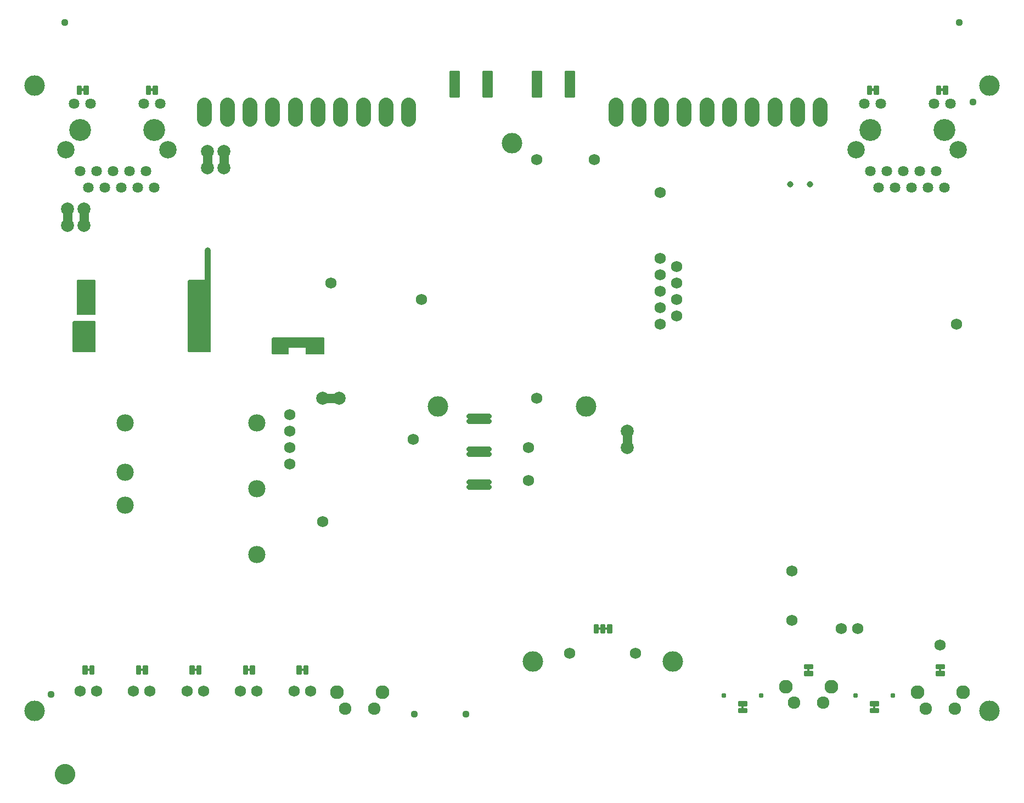
<source format=gbs>
G04 EAGLE Gerber RS-274X export*
G75*
%MOMM*%
%FSLAX34Y34*%
%LPD*%
%INSoldermask Bottom*%
%IPPOS*%
%AMOC8*
5,1,8,0,0,1.08239X$1,22.5*%
G01*
%ADD10C,0.965200*%
%ADD11C,0.812800*%
%ADD12C,1.127000*%
%ADD13C,3.175000*%
%ADD14C,0.777000*%
%ADD15C,0.228344*%
%ADD16C,1.727000*%
%ADD17C,0.227778*%
%ADD18C,3.377000*%
%ADD19C,2.677000*%
%ADD20C,1.627000*%
%ADD21C,0.228600*%
%ADD22C,2.006600*%
%ADD23C,1.927000*%
%ADD24C,2.127000*%
%ADD25C,2.327000*%
%ADD26C,2.667000*%
%ADD27C,0.977000*%
%ADD28C,1.270000*%

G36*
X292793Y579383D02*
X292793Y579383D01*
X292851Y579381D01*
X292933Y579403D01*
X293017Y579415D01*
X293070Y579439D01*
X293126Y579453D01*
X293199Y579496D01*
X293276Y579531D01*
X293321Y579569D01*
X293371Y579599D01*
X293429Y579660D01*
X293493Y579715D01*
X293525Y579763D01*
X293565Y579806D01*
X293604Y579881D01*
X293651Y579951D01*
X293668Y580007D01*
X293695Y580059D01*
X293706Y580127D01*
X293736Y580222D01*
X293739Y580322D01*
X293750Y580390D01*
X293750Y689610D01*
X293742Y689668D01*
X293744Y689726D01*
X293722Y689808D01*
X293710Y689892D01*
X293687Y689945D01*
X293672Y690001D01*
X293629Y690074D01*
X293594Y690151D01*
X293556Y690196D01*
X293527Y690246D01*
X293465Y690304D01*
X293411Y690368D01*
X293362Y690400D01*
X293319Y690440D01*
X293244Y690479D01*
X293174Y690526D01*
X293118Y690543D01*
X293066Y690570D01*
X292998Y690581D01*
X292903Y690611D01*
X292803Y690614D01*
X292735Y690625D01*
X259715Y690625D01*
X259657Y690617D01*
X259599Y690619D01*
X259517Y690597D01*
X259434Y690585D01*
X259380Y690562D01*
X259324Y690547D01*
X259251Y690504D01*
X259174Y690469D01*
X259129Y690431D01*
X259079Y690402D01*
X259021Y690340D01*
X258957Y690286D01*
X258925Y690237D01*
X258885Y690194D01*
X258846Y690119D01*
X258800Y690049D01*
X258782Y689993D01*
X258755Y689941D01*
X258744Y689873D01*
X258714Y689778D01*
X258711Y689678D01*
X258700Y689610D01*
X258700Y580390D01*
X258708Y580332D01*
X258706Y580274D01*
X258728Y580192D01*
X258740Y580109D01*
X258764Y580055D01*
X258778Y579999D01*
X258821Y579926D01*
X258856Y579849D01*
X258894Y579804D01*
X258924Y579754D01*
X258985Y579696D01*
X259040Y579632D01*
X259088Y579600D01*
X259131Y579560D01*
X259206Y579521D01*
X259276Y579475D01*
X259332Y579457D01*
X259384Y579430D01*
X259452Y579419D01*
X259547Y579389D01*
X259647Y579386D01*
X259715Y579375D01*
X292735Y579375D01*
X292793Y579383D01*
G37*
G36*
X413443Y575573D02*
X413443Y575573D01*
X413501Y575571D01*
X413583Y575593D01*
X413667Y575605D01*
X413720Y575629D01*
X413776Y575643D01*
X413849Y575686D01*
X413926Y575721D01*
X413971Y575759D01*
X414021Y575789D01*
X414079Y575850D01*
X414143Y575905D01*
X414175Y575953D01*
X414215Y575996D01*
X414254Y576071D01*
X414301Y576141D01*
X414318Y576197D01*
X414345Y576249D01*
X414356Y576317D01*
X414386Y576412D01*
X414389Y576512D01*
X414400Y576580D01*
X414400Y585725D01*
X440310Y585725D01*
X440310Y576580D01*
X440318Y576522D01*
X440316Y576464D01*
X440338Y576382D01*
X440350Y576299D01*
X440374Y576245D01*
X440388Y576189D01*
X440431Y576116D01*
X440466Y576039D01*
X440504Y575994D01*
X440534Y575944D01*
X440595Y575886D01*
X440650Y575822D01*
X440698Y575790D01*
X440741Y575750D01*
X440816Y575711D01*
X440886Y575665D01*
X440942Y575647D01*
X440994Y575620D01*
X441062Y575609D01*
X441157Y575579D01*
X441257Y575576D01*
X441325Y575565D01*
X467995Y575565D01*
X468053Y575573D01*
X468111Y575571D01*
X468193Y575593D01*
X468277Y575605D01*
X468330Y575629D01*
X468386Y575643D01*
X468459Y575686D01*
X468536Y575721D01*
X468581Y575759D01*
X468631Y575789D01*
X468689Y575850D01*
X468753Y575905D01*
X468785Y575953D01*
X468825Y575996D01*
X468864Y576071D01*
X468911Y576141D01*
X468928Y576197D01*
X468955Y576249D01*
X468966Y576317D01*
X468996Y576412D01*
X468999Y576512D01*
X469010Y576580D01*
X469010Y600710D01*
X469002Y600768D01*
X469004Y600826D01*
X468982Y600908D01*
X468970Y600992D01*
X468947Y601045D01*
X468932Y601101D01*
X468889Y601174D01*
X468854Y601251D01*
X468816Y601296D01*
X468787Y601346D01*
X468725Y601404D01*
X468671Y601468D01*
X468622Y601500D01*
X468579Y601540D01*
X468504Y601579D01*
X468434Y601626D01*
X468378Y601643D01*
X468326Y601670D01*
X468258Y601681D01*
X468163Y601711D01*
X468063Y601714D01*
X467995Y601725D01*
X389255Y601725D01*
X389197Y601717D01*
X389139Y601719D01*
X389057Y601697D01*
X388974Y601685D01*
X388920Y601662D01*
X388864Y601647D01*
X388791Y601604D01*
X388714Y601569D01*
X388669Y601531D01*
X388619Y601502D01*
X388561Y601440D01*
X388497Y601386D01*
X388465Y601337D01*
X388425Y601294D01*
X388386Y601219D01*
X388340Y601149D01*
X388322Y601093D01*
X388295Y601041D01*
X388284Y600973D01*
X388254Y600878D01*
X388251Y600778D01*
X388240Y600710D01*
X388240Y576580D01*
X388248Y576522D01*
X388246Y576464D01*
X388268Y576382D01*
X388280Y576299D01*
X388304Y576245D01*
X388318Y576189D01*
X388361Y576116D01*
X388396Y576039D01*
X388434Y575994D01*
X388464Y575944D01*
X388525Y575886D01*
X388580Y575822D01*
X388628Y575790D01*
X388671Y575750D01*
X388746Y575711D01*
X388816Y575665D01*
X388872Y575647D01*
X388924Y575620D01*
X388992Y575609D01*
X389087Y575579D01*
X389187Y575576D01*
X389255Y575565D01*
X413385Y575565D01*
X413443Y575573D01*
G37*
G36*
X114993Y579383D02*
X114993Y579383D01*
X115051Y579381D01*
X115133Y579403D01*
X115217Y579415D01*
X115270Y579439D01*
X115326Y579453D01*
X115399Y579496D01*
X115476Y579531D01*
X115521Y579569D01*
X115571Y579599D01*
X115629Y579660D01*
X115693Y579715D01*
X115725Y579763D01*
X115765Y579806D01*
X115804Y579881D01*
X115851Y579951D01*
X115868Y580007D01*
X115895Y580059D01*
X115906Y580127D01*
X115936Y580222D01*
X115939Y580322D01*
X115950Y580390D01*
X115950Y626110D01*
X115943Y626163D01*
X115944Y626193D01*
X115943Y626196D01*
X115944Y626226D01*
X115922Y626308D01*
X115910Y626392D01*
X115887Y626445D01*
X115872Y626501D01*
X115829Y626574D01*
X115794Y626651D01*
X115756Y626696D01*
X115727Y626746D01*
X115665Y626804D01*
X115611Y626868D01*
X115562Y626900D01*
X115519Y626940D01*
X115444Y626979D01*
X115374Y627026D01*
X115318Y627043D01*
X115266Y627070D01*
X115198Y627081D01*
X115103Y627111D01*
X115003Y627114D01*
X114935Y627125D01*
X81915Y627125D01*
X81857Y627117D01*
X81799Y627119D01*
X81717Y627097D01*
X81634Y627085D01*
X81580Y627062D01*
X81524Y627047D01*
X81451Y627004D01*
X81374Y626969D01*
X81329Y626931D01*
X81279Y626902D01*
X81221Y626840D01*
X81157Y626786D01*
X81125Y626737D01*
X81085Y626694D01*
X81046Y626619D01*
X81000Y626549D01*
X80982Y626493D01*
X80955Y626441D01*
X80944Y626373D01*
X80914Y626278D01*
X80911Y626178D01*
X80900Y626110D01*
X80900Y580390D01*
X80908Y580332D01*
X80906Y580274D01*
X80928Y580192D01*
X80940Y580109D01*
X80964Y580055D01*
X80978Y579999D01*
X81021Y579926D01*
X81056Y579849D01*
X81094Y579804D01*
X81124Y579754D01*
X81185Y579696D01*
X81240Y579632D01*
X81288Y579600D01*
X81331Y579560D01*
X81406Y579521D01*
X81476Y579475D01*
X81532Y579457D01*
X81584Y579430D01*
X81652Y579419D01*
X81747Y579389D01*
X81847Y579386D01*
X81915Y579375D01*
X114935Y579375D01*
X114993Y579383D01*
G37*
G36*
X114993Y636533D02*
X114993Y636533D01*
X115051Y636531D01*
X115133Y636553D01*
X115217Y636565D01*
X115270Y636589D01*
X115326Y636603D01*
X115399Y636646D01*
X115476Y636681D01*
X115521Y636719D01*
X115571Y636749D01*
X115629Y636810D01*
X115693Y636865D01*
X115725Y636913D01*
X115765Y636956D01*
X115804Y637031D01*
X115851Y637101D01*
X115868Y637157D01*
X115895Y637209D01*
X115906Y637277D01*
X115936Y637372D01*
X115939Y637472D01*
X115950Y637540D01*
X115950Y689610D01*
X115942Y689668D01*
X115944Y689726D01*
X115922Y689808D01*
X115910Y689892D01*
X115887Y689945D01*
X115872Y690001D01*
X115829Y690074D01*
X115794Y690151D01*
X115756Y690196D01*
X115727Y690246D01*
X115665Y690304D01*
X115611Y690368D01*
X115562Y690400D01*
X115519Y690440D01*
X115444Y690479D01*
X115374Y690526D01*
X115318Y690543D01*
X115266Y690570D01*
X115198Y690581D01*
X115103Y690611D01*
X115003Y690614D01*
X114935Y690625D01*
X88265Y690625D01*
X88207Y690617D01*
X88149Y690619D01*
X88067Y690597D01*
X87984Y690585D01*
X87930Y690562D01*
X87874Y690547D01*
X87801Y690504D01*
X87724Y690469D01*
X87679Y690431D01*
X87629Y690402D01*
X87571Y690340D01*
X87507Y690286D01*
X87475Y690237D01*
X87435Y690194D01*
X87396Y690119D01*
X87350Y690049D01*
X87332Y689993D01*
X87305Y689941D01*
X87294Y689873D01*
X87264Y689778D01*
X87261Y689678D01*
X87250Y689610D01*
X87250Y637540D01*
X87258Y637482D01*
X87256Y637424D01*
X87278Y637342D01*
X87290Y637259D01*
X87314Y637205D01*
X87328Y637149D01*
X87371Y637076D01*
X87406Y636999D01*
X87444Y636954D01*
X87474Y636904D01*
X87535Y636846D01*
X87590Y636782D01*
X87638Y636750D01*
X87681Y636710D01*
X87756Y636671D01*
X87826Y636625D01*
X87882Y636607D01*
X87934Y636580D01*
X88002Y636569D01*
X88097Y636539D01*
X88197Y636536D01*
X88265Y636525D01*
X114935Y636525D01*
X114993Y636533D01*
G37*
G36*
X320994Y873772D02*
X320994Y873772D01*
X321060Y873774D01*
X321103Y873792D01*
X321150Y873800D01*
X321207Y873834D01*
X321267Y873859D01*
X321302Y873890D01*
X321343Y873915D01*
X321385Y873966D01*
X321433Y874010D01*
X321455Y874052D01*
X321484Y874089D01*
X321505Y874151D01*
X321536Y874210D01*
X321544Y874264D01*
X321556Y874301D01*
X321555Y874341D01*
X321563Y874395D01*
X321563Y878205D01*
X321552Y878270D01*
X321550Y878336D01*
X321532Y878379D01*
X321524Y878426D01*
X321490Y878483D01*
X321465Y878543D01*
X321434Y878578D01*
X321409Y878619D01*
X321358Y878661D01*
X321314Y878709D01*
X321272Y878731D01*
X321235Y878760D01*
X321173Y878781D01*
X321114Y878812D01*
X321060Y878820D01*
X321023Y878832D01*
X320983Y878831D01*
X320929Y878839D01*
X307721Y878839D01*
X307656Y878828D01*
X307590Y878826D01*
X307547Y878808D01*
X307500Y878800D01*
X307443Y878766D01*
X307383Y878741D01*
X307348Y878710D01*
X307307Y878685D01*
X307266Y878634D01*
X307217Y878590D01*
X307195Y878548D01*
X307166Y878511D01*
X307145Y878449D01*
X307114Y878390D01*
X307106Y878336D01*
X307094Y878299D01*
X307094Y878295D01*
X307094Y878294D01*
X307095Y878259D01*
X307087Y878205D01*
X307087Y874395D01*
X307098Y874330D01*
X307100Y874264D01*
X307118Y874221D01*
X307126Y874174D01*
X307160Y874117D01*
X307185Y874057D01*
X307216Y874022D01*
X307241Y873981D01*
X307292Y873940D01*
X307336Y873891D01*
X307378Y873869D01*
X307415Y873840D01*
X307477Y873819D01*
X307536Y873788D01*
X307590Y873780D01*
X307627Y873768D01*
X307667Y873769D01*
X307721Y873761D01*
X320929Y873761D01*
X320994Y873772D01*
G37*
G36*
X295594Y873772D02*
X295594Y873772D01*
X295660Y873774D01*
X295703Y873792D01*
X295750Y873800D01*
X295807Y873834D01*
X295867Y873859D01*
X295902Y873890D01*
X295943Y873915D01*
X295985Y873966D01*
X296033Y874010D01*
X296055Y874052D01*
X296084Y874089D01*
X296105Y874151D01*
X296136Y874210D01*
X296144Y874264D01*
X296156Y874301D01*
X296155Y874341D01*
X296163Y874395D01*
X296163Y878205D01*
X296152Y878270D01*
X296150Y878336D01*
X296132Y878379D01*
X296124Y878426D01*
X296090Y878483D01*
X296065Y878543D01*
X296034Y878578D01*
X296009Y878619D01*
X295958Y878661D01*
X295914Y878709D01*
X295872Y878731D01*
X295835Y878760D01*
X295773Y878781D01*
X295714Y878812D01*
X295660Y878820D01*
X295623Y878832D01*
X295583Y878831D01*
X295529Y878839D01*
X282321Y878839D01*
X282256Y878828D01*
X282190Y878826D01*
X282147Y878808D01*
X282100Y878800D01*
X282043Y878766D01*
X281983Y878741D01*
X281948Y878710D01*
X281907Y878685D01*
X281866Y878634D01*
X281817Y878590D01*
X281795Y878548D01*
X281766Y878511D01*
X281745Y878449D01*
X281714Y878390D01*
X281706Y878336D01*
X281694Y878299D01*
X281694Y878295D01*
X281694Y878294D01*
X281695Y878259D01*
X281687Y878205D01*
X281687Y874395D01*
X281698Y874330D01*
X281700Y874264D01*
X281718Y874221D01*
X281726Y874174D01*
X281760Y874117D01*
X281785Y874057D01*
X281816Y874022D01*
X281841Y873981D01*
X281892Y873940D01*
X281936Y873891D01*
X281978Y873869D01*
X282015Y873840D01*
X282077Y873819D01*
X282136Y873788D01*
X282190Y873780D01*
X282227Y873768D01*
X282267Y873769D01*
X282321Y873761D01*
X295529Y873761D01*
X295594Y873772D01*
G37*
G36*
X105094Y784872D02*
X105094Y784872D01*
X105160Y784874D01*
X105203Y784892D01*
X105250Y784900D01*
X105307Y784934D01*
X105367Y784959D01*
X105402Y784990D01*
X105443Y785015D01*
X105485Y785066D01*
X105533Y785110D01*
X105555Y785152D01*
X105584Y785189D01*
X105605Y785251D01*
X105636Y785310D01*
X105644Y785364D01*
X105656Y785401D01*
X105655Y785441D01*
X105663Y785495D01*
X105663Y789305D01*
X105652Y789370D01*
X105650Y789436D01*
X105632Y789479D01*
X105624Y789526D01*
X105590Y789583D01*
X105565Y789643D01*
X105534Y789678D01*
X105509Y789719D01*
X105458Y789761D01*
X105414Y789809D01*
X105372Y789831D01*
X105335Y789860D01*
X105273Y789881D01*
X105214Y789912D01*
X105160Y789920D01*
X105123Y789932D01*
X105083Y789931D01*
X105029Y789939D01*
X91821Y789939D01*
X91756Y789928D01*
X91690Y789926D01*
X91647Y789908D01*
X91600Y789900D01*
X91543Y789866D01*
X91483Y789841D01*
X91448Y789810D01*
X91407Y789785D01*
X91366Y789734D01*
X91317Y789690D01*
X91295Y789648D01*
X91266Y789611D01*
X91245Y789549D01*
X91214Y789490D01*
X91206Y789436D01*
X91194Y789399D01*
X91194Y789395D01*
X91194Y789394D01*
X91195Y789359D01*
X91187Y789305D01*
X91187Y785495D01*
X91198Y785430D01*
X91200Y785364D01*
X91218Y785321D01*
X91226Y785274D01*
X91260Y785217D01*
X91285Y785157D01*
X91316Y785122D01*
X91341Y785081D01*
X91392Y785040D01*
X91436Y784991D01*
X91478Y784969D01*
X91515Y784940D01*
X91577Y784919D01*
X91636Y784888D01*
X91690Y784880D01*
X91727Y784868D01*
X91767Y784869D01*
X91821Y784861D01*
X105029Y784861D01*
X105094Y784872D01*
G37*
G36*
X79694Y784872D02*
X79694Y784872D01*
X79760Y784874D01*
X79803Y784892D01*
X79850Y784900D01*
X79907Y784934D01*
X79967Y784959D01*
X80002Y784990D01*
X80043Y785015D01*
X80085Y785066D01*
X80133Y785110D01*
X80155Y785152D01*
X80184Y785189D01*
X80205Y785251D01*
X80236Y785310D01*
X80244Y785364D01*
X80256Y785401D01*
X80255Y785441D01*
X80263Y785495D01*
X80263Y789305D01*
X80252Y789370D01*
X80250Y789436D01*
X80232Y789479D01*
X80224Y789526D01*
X80190Y789583D01*
X80165Y789643D01*
X80134Y789678D01*
X80109Y789719D01*
X80058Y789761D01*
X80014Y789809D01*
X79972Y789831D01*
X79935Y789860D01*
X79873Y789881D01*
X79814Y789912D01*
X79760Y789920D01*
X79723Y789932D01*
X79683Y789931D01*
X79629Y789939D01*
X66421Y789939D01*
X66356Y789928D01*
X66290Y789926D01*
X66247Y789908D01*
X66200Y789900D01*
X66143Y789866D01*
X66083Y789841D01*
X66048Y789810D01*
X66007Y789785D01*
X65966Y789734D01*
X65917Y789690D01*
X65895Y789648D01*
X65866Y789611D01*
X65845Y789549D01*
X65814Y789490D01*
X65806Y789436D01*
X65794Y789399D01*
X65794Y789395D01*
X65794Y789394D01*
X65795Y789359D01*
X65787Y789305D01*
X65787Y785495D01*
X65798Y785430D01*
X65800Y785364D01*
X65818Y785321D01*
X65826Y785274D01*
X65860Y785217D01*
X65885Y785157D01*
X65916Y785122D01*
X65941Y785081D01*
X65992Y785040D01*
X66036Y784991D01*
X66078Y784969D01*
X66115Y784940D01*
X66177Y784919D01*
X66236Y784888D01*
X66290Y784880D01*
X66327Y784868D01*
X66367Y784869D01*
X66421Y784861D01*
X79629Y784861D01*
X79694Y784872D01*
G37*
G36*
X943294Y441972D02*
X943294Y441972D01*
X943360Y441974D01*
X943403Y441992D01*
X943450Y442000D01*
X943507Y442034D01*
X943567Y442059D01*
X943602Y442090D01*
X943643Y442115D01*
X943685Y442166D01*
X943733Y442210D01*
X943755Y442252D01*
X943784Y442289D01*
X943805Y442351D01*
X943836Y442410D01*
X943844Y442464D01*
X943856Y442501D01*
X943855Y442541D01*
X943863Y442595D01*
X943863Y446405D01*
X943852Y446470D01*
X943850Y446536D01*
X943832Y446579D01*
X943824Y446626D01*
X943790Y446683D01*
X943765Y446743D01*
X943734Y446778D01*
X943709Y446819D01*
X943658Y446861D01*
X943614Y446909D01*
X943572Y446931D01*
X943535Y446960D01*
X943473Y446981D01*
X943414Y447012D01*
X943360Y447020D01*
X943323Y447032D01*
X943283Y447031D01*
X943229Y447039D01*
X930021Y447039D01*
X929956Y447028D01*
X929890Y447026D01*
X929847Y447008D01*
X929800Y447000D01*
X929743Y446966D01*
X929683Y446941D01*
X929648Y446910D01*
X929607Y446885D01*
X929566Y446834D01*
X929517Y446790D01*
X929495Y446748D01*
X929466Y446711D01*
X929445Y446649D01*
X929414Y446590D01*
X929406Y446536D01*
X929394Y446499D01*
X929394Y446495D01*
X929394Y446494D01*
X929395Y446459D01*
X929387Y446405D01*
X929387Y442595D01*
X929398Y442530D01*
X929400Y442464D01*
X929418Y442421D01*
X929426Y442374D01*
X929460Y442317D01*
X929485Y442257D01*
X929516Y442222D01*
X929541Y442181D01*
X929592Y442140D01*
X929636Y442091D01*
X929678Y442069D01*
X929715Y442040D01*
X929777Y442019D01*
X929836Y441988D01*
X929890Y441980D01*
X929927Y441968D01*
X929967Y441969D01*
X930021Y441961D01*
X943229Y441961D01*
X943294Y441972D01*
G37*
G36*
X481395Y500773D02*
X481395Y500773D01*
X481461Y500775D01*
X481504Y500793D01*
X481551Y500801D01*
X481608Y500835D01*
X481668Y500860D01*
X481703Y500891D01*
X481744Y500916D01*
X481786Y500967D01*
X481834Y501011D01*
X481856Y501053D01*
X481885Y501090D01*
X481906Y501152D01*
X481937Y501211D01*
X481945Y501265D01*
X481957Y501302D01*
X481956Y501342D01*
X481964Y501396D01*
X481964Y514604D01*
X481953Y514669D01*
X481951Y514735D01*
X481933Y514778D01*
X481925Y514825D01*
X481891Y514882D01*
X481866Y514942D01*
X481835Y514977D01*
X481810Y515018D01*
X481759Y515060D01*
X481715Y515108D01*
X481673Y515130D01*
X481636Y515159D01*
X481574Y515180D01*
X481515Y515211D01*
X481461Y515219D01*
X481424Y515231D01*
X481384Y515230D01*
X481330Y515238D01*
X477520Y515238D01*
X477455Y515227D01*
X477389Y515225D01*
X477346Y515207D01*
X477299Y515199D01*
X477242Y515165D01*
X477182Y515140D01*
X477147Y515109D01*
X477106Y515084D01*
X477065Y515033D01*
X477016Y514989D01*
X476994Y514947D01*
X476965Y514910D01*
X476944Y514848D01*
X476913Y514789D01*
X476905Y514735D01*
X476893Y514698D01*
X476894Y514658D01*
X476886Y514604D01*
X476886Y501396D01*
X476897Y501331D01*
X476899Y501265D01*
X476917Y501222D01*
X476925Y501175D01*
X476959Y501118D01*
X476984Y501058D01*
X477015Y501023D01*
X477040Y500982D01*
X477091Y500941D01*
X477135Y500892D01*
X477177Y500870D01*
X477214Y500841D01*
X477276Y500820D01*
X477335Y500789D01*
X477389Y500781D01*
X477426Y500769D01*
X477466Y500770D01*
X477520Y500762D01*
X481330Y500762D01*
X481395Y500773D01*
G37*
G36*
X1420560Y86372D02*
X1420560Y86372D01*
X1420626Y86374D01*
X1420669Y86392D01*
X1420716Y86400D01*
X1420773Y86434D01*
X1420833Y86459D01*
X1420868Y86490D01*
X1420909Y86515D01*
X1420951Y86566D01*
X1420999Y86610D01*
X1421021Y86652D01*
X1421050Y86689D01*
X1421071Y86751D01*
X1421102Y86810D01*
X1421110Y86864D01*
X1421122Y86901D01*
X1421121Y86941D01*
X1421129Y86995D01*
X1421129Y90805D01*
X1421118Y90870D01*
X1421116Y90936D01*
X1421098Y90979D01*
X1421090Y91026D01*
X1421056Y91083D01*
X1421031Y91143D01*
X1421000Y91178D01*
X1420975Y91219D01*
X1420924Y91261D01*
X1420880Y91309D01*
X1420838Y91331D01*
X1420801Y91360D01*
X1420739Y91381D01*
X1420680Y91412D01*
X1420626Y91420D01*
X1420589Y91432D01*
X1420549Y91431D01*
X1420495Y91439D01*
X1417955Y91439D01*
X1417890Y91428D01*
X1417824Y91426D01*
X1417781Y91408D01*
X1417734Y91400D01*
X1417677Y91366D01*
X1417617Y91341D01*
X1417582Y91310D01*
X1417541Y91285D01*
X1417500Y91234D01*
X1417451Y91190D01*
X1417429Y91148D01*
X1417400Y91111D01*
X1417379Y91049D01*
X1417348Y90990D01*
X1417340Y90936D01*
X1417328Y90899D01*
X1417328Y90895D01*
X1417328Y90894D01*
X1417329Y90859D01*
X1417321Y90805D01*
X1417321Y86995D01*
X1417332Y86930D01*
X1417334Y86864D01*
X1417352Y86821D01*
X1417360Y86774D01*
X1417394Y86717D01*
X1417419Y86657D01*
X1417450Y86622D01*
X1417475Y86581D01*
X1417526Y86540D01*
X1417570Y86491D01*
X1417612Y86469D01*
X1417649Y86440D01*
X1417711Y86419D01*
X1417770Y86388D01*
X1417824Y86380D01*
X1417861Y86368D01*
X1417901Y86369D01*
X1417955Y86361D01*
X1420495Y86361D01*
X1420560Y86372D01*
G37*
G36*
X1217360Y86372D02*
X1217360Y86372D01*
X1217426Y86374D01*
X1217469Y86392D01*
X1217516Y86400D01*
X1217573Y86434D01*
X1217633Y86459D01*
X1217668Y86490D01*
X1217709Y86515D01*
X1217751Y86566D01*
X1217799Y86610D01*
X1217821Y86652D01*
X1217850Y86689D01*
X1217871Y86751D01*
X1217902Y86810D01*
X1217910Y86864D01*
X1217922Y86901D01*
X1217921Y86941D01*
X1217929Y86995D01*
X1217929Y90805D01*
X1217918Y90870D01*
X1217916Y90936D01*
X1217898Y90979D01*
X1217890Y91026D01*
X1217856Y91083D01*
X1217831Y91143D01*
X1217800Y91178D01*
X1217775Y91219D01*
X1217724Y91261D01*
X1217680Y91309D01*
X1217638Y91331D01*
X1217601Y91360D01*
X1217539Y91381D01*
X1217480Y91412D01*
X1217426Y91420D01*
X1217389Y91432D01*
X1217349Y91431D01*
X1217295Y91439D01*
X1214755Y91439D01*
X1214690Y91428D01*
X1214624Y91426D01*
X1214581Y91408D01*
X1214534Y91400D01*
X1214477Y91366D01*
X1214417Y91341D01*
X1214382Y91310D01*
X1214341Y91285D01*
X1214300Y91234D01*
X1214251Y91190D01*
X1214229Y91148D01*
X1214200Y91111D01*
X1214179Y91049D01*
X1214148Y90990D01*
X1214140Y90936D01*
X1214128Y90899D01*
X1214128Y90895D01*
X1214128Y90894D01*
X1214129Y90859D01*
X1214121Y90805D01*
X1214121Y86995D01*
X1214132Y86930D01*
X1214134Y86864D01*
X1214152Y86821D01*
X1214160Y86774D01*
X1214194Y86717D01*
X1214219Y86657D01*
X1214250Y86622D01*
X1214275Y86581D01*
X1214326Y86540D01*
X1214370Y86491D01*
X1214412Y86469D01*
X1214449Y86440D01*
X1214511Y86419D01*
X1214570Y86388D01*
X1214624Y86380D01*
X1214661Y86368D01*
X1214701Y86369D01*
X1214755Y86361D01*
X1217295Y86361D01*
X1217360Y86372D01*
G37*
G36*
X1115760Y29222D02*
X1115760Y29222D01*
X1115826Y29224D01*
X1115869Y29242D01*
X1115916Y29250D01*
X1115973Y29284D01*
X1116033Y29309D01*
X1116068Y29340D01*
X1116109Y29365D01*
X1116151Y29416D01*
X1116199Y29460D01*
X1116221Y29502D01*
X1116250Y29539D01*
X1116271Y29601D01*
X1116302Y29660D01*
X1116310Y29714D01*
X1116322Y29751D01*
X1116321Y29791D01*
X1116329Y29845D01*
X1116329Y33655D01*
X1116318Y33720D01*
X1116316Y33786D01*
X1116298Y33829D01*
X1116290Y33876D01*
X1116256Y33933D01*
X1116231Y33993D01*
X1116200Y34028D01*
X1116175Y34069D01*
X1116124Y34111D01*
X1116080Y34159D01*
X1116038Y34181D01*
X1116001Y34210D01*
X1115939Y34231D01*
X1115880Y34262D01*
X1115826Y34270D01*
X1115789Y34282D01*
X1115749Y34281D01*
X1115695Y34289D01*
X1113155Y34289D01*
X1113090Y34278D01*
X1113024Y34276D01*
X1112981Y34258D01*
X1112934Y34250D01*
X1112877Y34216D01*
X1112817Y34191D01*
X1112782Y34160D01*
X1112741Y34135D01*
X1112700Y34084D01*
X1112651Y34040D01*
X1112629Y33998D01*
X1112600Y33961D01*
X1112579Y33899D01*
X1112548Y33840D01*
X1112540Y33786D01*
X1112528Y33749D01*
X1112528Y33745D01*
X1112528Y33744D01*
X1112529Y33709D01*
X1112521Y33655D01*
X1112521Y29845D01*
X1112532Y29780D01*
X1112534Y29714D01*
X1112552Y29671D01*
X1112560Y29624D01*
X1112594Y29567D01*
X1112619Y29507D01*
X1112650Y29472D01*
X1112675Y29431D01*
X1112726Y29390D01*
X1112770Y29341D01*
X1112812Y29319D01*
X1112849Y29290D01*
X1112911Y29269D01*
X1112970Y29238D01*
X1113024Y29230D01*
X1113061Y29218D01*
X1113101Y29219D01*
X1113155Y29211D01*
X1115695Y29211D01*
X1115760Y29222D01*
G37*
G36*
X1318960Y29222D02*
X1318960Y29222D01*
X1319026Y29224D01*
X1319069Y29242D01*
X1319116Y29250D01*
X1319173Y29284D01*
X1319233Y29309D01*
X1319268Y29340D01*
X1319309Y29365D01*
X1319351Y29416D01*
X1319399Y29460D01*
X1319421Y29502D01*
X1319450Y29539D01*
X1319471Y29601D01*
X1319502Y29660D01*
X1319510Y29714D01*
X1319522Y29751D01*
X1319521Y29791D01*
X1319529Y29845D01*
X1319529Y33655D01*
X1319518Y33720D01*
X1319516Y33786D01*
X1319498Y33829D01*
X1319490Y33876D01*
X1319456Y33933D01*
X1319431Y33993D01*
X1319400Y34028D01*
X1319375Y34069D01*
X1319324Y34111D01*
X1319280Y34159D01*
X1319238Y34181D01*
X1319201Y34210D01*
X1319139Y34231D01*
X1319080Y34262D01*
X1319026Y34270D01*
X1318989Y34282D01*
X1318949Y34281D01*
X1318895Y34289D01*
X1316355Y34289D01*
X1316290Y34278D01*
X1316224Y34276D01*
X1316181Y34258D01*
X1316134Y34250D01*
X1316077Y34216D01*
X1316017Y34191D01*
X1315982Y34160D01*
X1315941Y34135D01*
X1315900Y34084D01*
X1315851Y34040D01*
X1315829Y33998D01*
X1315800Y33961D01*
X1315779Y33899D01*
X1315748Y33840D01*
X1315740Y33786D01*
X1315728Y33749D01*
X1315728Y33745D01*
X1315728Y33744D01*
X1315729Y33709D01*
X1315721Y33655D01*
X1315721Y29845D01*
X1315732Y29780D01*
X1315734Y29714D01*
X1315752Y29671D01*
X1315760Y29624D01*
X1315794Y29567D01*
X1315819Y29507D01*
X1315850Y29472D01*
X1315875Y29431D01*
X1315926Y29390D01*
X1315970Y29341D01*
X1316012Y29319D01*
X1316049Y29290D01*
X1316111Y29269D01*
X1316170Y29238D01*
X1316224Y29230D01*
X1316261Y29218D01*
X1316301Y29219D01*
X1316355Y29211D01*
X1318895Y29211D01*
X1318960Y29222D01*
G37*
G36*
X1317055Y982357D02*
X1317055Y982357D01*
X1317121Y982359D01*
X1317164Y982377D01*
X1317211Y982385D01*
X1317268Y982419D01*
X1317328Y982444D01*
X1317363Y982475D01*
X1317404Y982500D01*
X1317446Y982551D01*
X1317494Y982595D01*
X1317516Y982637D01*
X1317545Y982674D01*
X1317566Y982736D01*
X1317597Y982795D01*
X1317605Y982849D01*
X1317617Y982886D01*
X1317616Y982926D01*
X1317624Y982980D01*
X1317624Y985520D01*
X1317613Y985585D01*
X1317611Y985651D01*
X1317593Y985694D01*
X1317585Y985741D01*
X1317551Y985798D01*
X1317526Y985858D01*
X1317495Y985893D01*
X1317470Y985934D01*
X1317419Y985976D01*
X1317375Y986024D01*
X1317333Y986046D01*
X1317296Y986075D01*
X1317234Y986096D01*
X1317175Y986127D01*
X1317121Y986135D01*
X1317084Y986147D01*
X1317044Y986146D01*
X1316990Y986154D01*
X1313180Y986154D01*
X1313115Y986143D01*
X1313049Y986141D01*
X1313006Y986123D01*
X1312959Y986115D01*
X1312902Y986081D01*
X1312842Y986056D01*
X1312807Y986025D01*
X1312766Y986000D01*
X1312725Y985949D01*
X1312676Y985905D01*
X1312654Y985863D01*
X1312625Y985826D01*
X1312604Y985764D01*
X1312573Y985705D01*
X1312565Y985651D01*
X1312553Y985614D01*
X1312553Y985611D01*
X1312554Y985574D01*
X1312546Y985520D01*
X1312546Y982980D01*
X1312557Y982915D01*
X1312559Y982849D01*
X1312577Y982806D01*
X1312585Y982759D01*
X1312619Y982702D01*
X1312644Y982642D01*
X1312675Y982607D01*
X1312700Y982566D01*
X1312751Y982525D01*
X1312795Y982476D01*
X1312837Y982454D01*
X1312874Y982425D01*
X1312936Y982404D01*
X1312995Y982373D01*
X1313049Y982365D01*
X1313086Y982353D01*
X1313126Y982354D01*
X1313180Y982346D01*
X1316990Y982346D01*
X1317055Y982357D01*
G37*
G36*
X97855Y982357D02*
X97855Y982357D01*
X97921Y982359D01*
X97964Y982377D01*
X98011Y982385D01*
X98068Y982419D01*
X98128Y982444D01*
X98163Y982475D01*
X98204Y982500D01*
X98246Y982551D01*
X98294Y982595D01*
X98316Y982637D01*
X98345Y982674D01*
X98366Y982736D01*
X98397Y982795D01*
X98405Y982849D01*
X98417Y982886D01*
X98416Y982926D01*
X98424Y982980D01*
X98424Y985520D01*
X98413Y985585D01*
X98411Y985651D01*
X98393Y985694D01*
X98385Y985741D01*
X98351Y985798D01*
X98326Y985858D01*
X98295Y985893D01*
X98270Y985934D01*
X98219Y985976D01*
X98175Y986024D01*
X98133Y986046D01*
X98096Y986075D01*
X98034Y986096D01*
X97975Y986127D01*
X97921Y986135D01*
X97884Y986147D01*
X97844Y986146D01*
X97790Y986154D01*
X93980Y986154D01*
X93915Y986143D01*
X93849Y986141D01*
X93806Y986123D01*
X93759Y986115D01*
X93702Y986081D01*
X93642Y986056D01*
X93607Y986025D01*
X93566Y986000D01*
X93525Y985949D01*
X93476Y985905D01*
X93454Y985863D01*
X93425Y985826D01*
X93404Y985764D01*
X93373Y985705D01*
X93365Y985651D01*
X93353Y985614D01*
X93353Y985611D01*
X93354Y985574D01*
X93346Y985520D01*
X93346Y982980D01*
X93357Y982915D01*
X93359Y982849D01*
X93377Y982806D01*
X93385Y982759D01*
X93419Y982702D01*
X93444Y982642D01*
X93475Y982607D01*
X93500Y982566D01*
X93551Y982525D01*
X93595Y982476D01*
X93637Y982454D01*
X93674Y982425D01*
X93736Y982404D01*
X93795Y982373D01*
X93849Y982365D01*
X93886Y982353D01*
X93926Y982354D01*
X93980Y982346D01*
X97790Y982346D01*
X97855Y982357D01*
G37*
G36*
X1423735Y982357D02*
X1423735Y982357D01*
X1423801Y982359D01*
X1423844Y982377D01*
X1423891Y982385D01*
X1423948Y982419D01*
X1424008Y982444D01*
X1424043Y982475D01*
X1424084Y982500D01*
X1424126Y982551D01*
X1424174Y982595D01*
X1424196Y982637D01*
X1424225Y982674D01*
X1424246Y982736D01*
X1424277Y982795D01*
X1424285Y982849D01*
X1424297Y982886D01*
X1424296Y982926D01*
X1424304Y982980D01*
X1424304Y985520D01*
X1424293Y985585D01*
X1424291Y985651D01*
X1424273Y985694D01*
X1424265Y985741D01*
X1424231Y985798D01*
X1424206Y985858D01*
X1424175Y985893D01*
X1424150Y985934D01*
X1424099Y985976D01*
X1424055Y986024D01*
X1424013Y986046D01*
X1423976Y986075D01*
X1423914Y986096D01*
X1423855Y986127D01*
X1423801Y986135D01*
X1423764Y986147D01*
X1423724Y986146D01*
X1423670Y986154D01*
X1419860Y986154D01*
X1419795Y986143D01*
X1419729Y986141D01*
X1419686Y986123D01*
X1419639Y986115D01*
X1419582Y986081D01*
X1419522Y986056D01*
X1419487Y986025D01*
X1419446Y986000D01*
X1419405Y985949D01*
X1419356Y985905D01*
X1419334Y985863D01*
X1419305Y985826D01*
X1419284Y985764D01*
X1419253Y985705D01*
X1419245Y985651D01*
X1419233Y985614D01*
X1419233Y985611D01*
X1419234Y985574D01*
X1419226Y985520D01*
X1419226Y982980D01*
X1419237Y982915D01*
X1419239Y982849D01*
X1419257Y982806D01*
X1419265Y982759D01*
X1419299Y982702D01*
X1419324Y982642D01*
X1419355Y982607D01*
X1419380Y982566D01*
X1419431Y982525D01*
X1419475Y982476D01*
X1419517Y982454D01*
X1419554Y982425D01*
X1419616Y982404D01*
X1419675Y982373D01*
X1419729Y982365D01*
X1419766Y982353D01*
X1419806Y982354D01*
X1419860Y982346D01*
X1423670Y982346D01*
X1423735Y982357D01*
G37*
G36*
X204535Y982357D02*
X204535Y982357D01*
X204601Y982359D01*
X204644Y982377D01*
X204691Y982385D01*
X204748Y982419D01*
X204808Y982444D01*
X204843Y982475D01*
X204884Y982500D01*
X204926Y982551D01*
X204974Y982595D01*
X204996Y982637D01*
X205025Y982674D01*
X205046Y982736D01*
X205077Y982795D01*
X205085Y982849D01*
X205097Y982886D01*
X205096Y982926D01*
X205104Y982980D01*
X205104Y985520D01*
X205093Y985585D01*
X205091Y985651D01*
X205073Y985694D01*
X205065Y985741D01*
X205031Y985798D01*
X205006Y985858D01*
X204975Y985893D01*
X204950Y985934D01*
X204899Y985976D01*
X204855Y986024D01*
X204813Y986046D01*
X204776Y986075D01*
X204714Y986096D01*
X204655Y986127D01*
X204601Y986135D01*
X204564Y986147D01*
X204524Y986146D01*
X204470Y986154D01*
X200660Y986154D01*
X200595Y986143D01*
X200529Y986141D01*
X200486Y986123D01*
X200439Y986115D01*
X200382Y986081D01*
X200322Y986056D01*
X200287Y986025D01*
X200246Y986000D01*
X200205Y985949D01*
X200156Y985905D01*
X200134Y985863D01*
X200105Y985826D01*
X200084Y985764D01*
X200053Y985705D01*
X200045Y985651D01*
X200033Y985614D01*
X200033Y985611D01*
X200034Y985574D01*
X200026Y985520D01*
X200026Y982980D01*
X200037Y982915D01*
X200039Y982849D01*
X200057Y982806D01*
X200065Y982759D01*
X200099Y982702D01*
X200124Y982642D01*
X200155Y982607D01*
X200180Y982566D01*
X200231Y982525D01*
X200275Y982476D01*
X200317Y982454D01*
X200354Y982425D01*
X200416Y982404D01*
X200475Y982373D01*
X200529Y982365D01*
X200566Y982353D01*
X200606Y982354D01*
X200660Y982346D01*
X204470Y982346D01*
X204535Y982357D01*
G37*
G36*
X905575Y150507D02*
X905575Y150507D01*
X905641Y150509D01*
X905684Y150527D01*
X905731Y150535D01*
X905788Y150569D01*
X905848Y150594D01*
X905883Y150625D01*
X905924Y150650D01*
X905966Y150701D01*
X906014Y150745D01*
X906036Y150787D01*
X906065Y150824D01*
X906086Y150886D01*
X906117Y150945D01*
X906125Y150999D01*
X906137Y151036D01*
X906136Y151076D01*
X906144Y151130D01*
X906144Y153670D01*
X906133Y153735D01*
X906131Y153801D01*
X906113Y153844D01*
X906105Y153891D01*
X906071Y153948D01*
X906046Y154008D01*
X906015Y154043D01*
X905990Y154084D01*
X905939Y154126D01*
X905895Y154174D01*
X905853Y154196D01*
X905816Y154225D01*
X905754Y154246D01*
X905695Y154277D01*
X905641Y154285D01*
X905604Y154297D01*
X905564Y154296D01*
X905510Y154304D01*
X901700Y154304D01*
X901635Y154293D01*
X901569Y154291D01*
X901526Y154273D01*
X901479Y154265D01*
X901422Y154231D01*
X901362Y154206D01*
X901327Y154175D01*
X901286Y154150D01*
X901245Y154099D01*
X901196Y154055D01*
X901174Y154013D01*
X901145Y153976D01*
X901124Y153914D01*
X901093Y153855D01*
X901085Y153801D01*
X901073Y153764D01*
X901073Y153761D01*
X901074Y153724D01*
X901066Y153670D01*
X901066Y151130D01*
X901077Y151065D01*
X901079Y150999D01*
X901097Y150956D01*
X901105Y150909D01*
X901139Y150852D01*
X901164Y150792D01*
X901195Y150757D01*
X901220Y150716D01*
X901271Y150675D01*
X901315Y150626D01*
X901357Y150604D01*
X901394Y150575D01*
X901456Y150554D01*
X901515Y150523D01*
X901569Y150515D01*
X901606Y150503D01*
X901646Y150504D01*
X901700Y150496D01*
X905510Y150496D01*
X905575Y150507D01*
G37*
G36*
X895415Y150507D02*
X895415Y150507D01*
X895481Y150509D01*
X895524Y150527D01*
X895571Y150535D01*
X895628Y150569D01*
X895688Y150594D01*
X895723Y150625D01*
X895764Y150650D01*
X895806Y150701D01*
X895854Y150745D01*
X895876Y150787D01*
X895905Y150824D01*
X895926Y150886D01*
X895957Y150945D01*
X895965Y150999D01*
X895977Y151036D01*
X895976Y151076D01*
X895984Y151130D01*
X895984Y153670D01*
X895973Y153735D01*
X895971Y153801D01*
X895953Y153844D01*
X895945Y153891D01*
X895911Y153948D01*
X895886Y154008D01*
X895855Y154043D01*
X895830Y154084D01*
X895779Y154126D01*
X895735Y154174D01*
X895693Y154196D01*
X895656Y154225D01*
X895594Y154246D01*
X895535Y154277D01*
X895481Y154285D01*
X895444Y154297D01*
X895404Y154296D01*
X895350Y154304D01*
X891540Y154304D01*
X891475Y154293D01*
X891409Y154291D01*
X891366Y154273D01*
X891319Y154265D01*
X891262Y154231D01*
X891202Y154206D01*
X891167Y154175D01*
X891126Y154150D01*
X891085Y154099D01*
X891036Y154055D01*
X891014Y154013D01*
X890985Y153976D01*
X890964Y153914D01*
X890933Y153855D01*
X890925Y153801D01*
X890913Y153764D01*
X890913Y153761D01*
X890914Y153724D01*
X890906Y153670D01*
X890906Y151130D01*
X890917Y151065D01*
X890919Y150999D01*
X890937Y150956D01*
X890945Y150909D01*
X890979Y150852D01*
X891004Y150792D01*
X891035Y150757D01*
X891060Y150716D01*
X891111Y150675D01*
X891155Y150626D01*
X891197Y150604D01*
X891234Y150575D01*
X891296Y150554D01*
X891355Y150523D01*
X891409Y150515D01*
X891446Y150503D01*
X891486Y150504D01*
X891540Y150496D01*
X895350Y150496D01*
X895415Y150507D01*
G37*
G36*
X271845Y87007D02*
X271845Y87007D01*
X271911Y87009D01*
X271954Y87027D01*
X272001Y87035D01*
X272058Y87069D01*
X272118Y87094D01*
X272153Y87125D01*
X272194Y87150D01*
X272236Y87201D01*
X272284Y87245D01*
X272306Y87287D01*
X272335Y87324D01*
X272356Y87386D01*
X272387Y87445D01*
X272395Y87499D01*
X272407Y87536D01*
X272406Y87576D01*
X272414Y87630D01*
X272414Y90170D01*
X272403Y90235D01*
X272401Y90301D01*
X272383Y90344D01*
X272375Y90391D01*
X272341Y90448D01*
X272316Y90508D01*
X272285Y90543D01*
X272260Y90584D01*
X272209Y90626D01*
X272165Y90674D01*
X272123Y90696D01*
X272086Y90725D01*
X272024Y90746D01*
X271965Y90777D01*
X271911Y90785D01*
X271874Y90797D01*
X271834Y90796D01*
X271780Y90804D01*
X267970Y90804D01*
X267905Y90793D01*
X267839Y90791D01*
X267796Y90773D01*
X267749Y90765D01*
X267692Y90731D01*
X267632Y90706D01*
X267597Y90675D01*
X267556Y90650D01*
X267515Y90599D01*
X267466Y90555D01*
X267444Y90513D01*
X267415Y90476D01*
X267394Y90414D01*
X267363Y90355D01*
X267355Y90301D01*
X267343Y90264D01*
X267343Y90261D01*
X267344Y90224D01*
X267336Y90170D01*
X267336Y87630D01*
X267347Y87565D01*
X267349Y87499D01*
X267367Y87456D01*
X267375Y87409D01*
X267409Y87352D01*
X267434Y87292D01*
X267465Y87257D01*
X267490Y87216D01*
X267541Y87175D01*
X267585Y87126D01*
X267627Y87104D01*
X267664Y87075D01*
X267726Y87054D01*
X267785Y87023D01*
X267839Y87015D01*
X267876Y87003D01*
X267916Y87004D01*
X267970Y86996D01*
X271780Y86996D01*
X271845Y87007D01*
G37*
G36*
X189295Y87007D02*
X189295Y87007D01*
X189361Y87009D01*
X189404Y87027D01*
X189451Y87035D01*
X189508Y87069D01*
X189568Y87094D01*
X189603Y87125D01*
X189644Y87150D01*
X189686Y87201D01*
X189734Y87245D01*
X189756Y87287D01*
X189785Y87324D01*
X189806Y87386D01*
X189837Y87445D01*
X189845Y87499D01*
X189857Y87536D01*
X189856Y87576D01*
X189864Y87630D01*
X189864Y90170D01*
X189853Y90235D01*
X189851Y90301D01*
X189833Y90344D01*
X189825Y90391D01*
X189791Y90448D01*
X189766Y90508D01*
X189735Y90543D01*
X189710Y90584D01*
X189659Y90626D01*
X189615Y90674D01*
X189573Y90696D01*
X189536Y90725D01*
X189474Y90746D01*
X189415Y90777D01*
X189361Y90785D01*
X189324Y90797D01*
X189284Y90796D01*
X189230Y90804D01*
X185420Y90804D01*
X185355Y90793D01*
X185289Y90791D01*
X185246Y90773D01*
X185199Y90765D01*
X185142Y90731D01*
X185082Y90706D01*
X185047Y90675D01*
X185006Y90650D01*
X184965Y90599D01*
X184916Y90555D01*
X184894Y90513D01*
X184865Y90476D01*
X184844Y90414D01*
X184813Y90355D01*
X184805Y90301D01*
X184793Y90264D01*
X184793Y90261D01*
X184794Y90224D01*
X184786Y90170D01*
X184786Y87630D01*
X184797Y87565D01*
X184799Y87499D01*
X184817Y87456D01*
X184825Y87409D01*
X184859Y87352D01*
X184884Y87292D01*
X184915Y87257D01*
X184940Y87216D01*
X184991Y87175D01*
X185035Y87126D01*
X185077Y87104D01*
X185114Y87075D01*
X185176Y87054D01*
X185235Y87023D01*
X185289Y87015D01*
X185326Y87003D01*
X185366Y87004D01*
X185420Y86996D01*
X189230Y86996D01*
X189295Y87007D01*
G37*
G36*
X436945Y87007D02*
X436945Y87007D01*
X437011Y87009D01*
X437054Y87027D01*
X437101Y87035D01*
X437158Y87069D01*
X437218Y87094D01*
X437253Y87125D01*
X437294Y87150D01*
X437336Y87201D01*
X437384Y87245D01*
X437406Y87287D01*
X437435Y87324D01*
X437456Y87386D01*
X437487Y87445D01*
X437495Y87499D01*
X437507Y87536D01*
X437506Y87576D01*
X437514Y87630D01*
X437514Y90170D01*
X437503Y90235D01*
X437501Y90301D01*
X437483Y90344D01*
X437475Y90391D01*
X437441Y90448D01*
X437416Y90508D01*
X437385Y90543D01*
X437360Y90584D01*
X437309Y90626D01*
X437265Y90674D01*
X437223Y90696D01*
X437186Y90725D01*
X437124Y90746D01*
X437065Y90777D01*
X437011Y90785D01*
X436974Y90797D01*
X436934Y90796D01*
X436880Y90804D01*
X433070Y90804D01*
X433005Y90793D01*
X432939Y90791D01*
X432896Y90773D01*
X432849Y90765D01*
X432792Y90731D01*
X432732Y90706D01*
X432697Y90675D01*
X432656Y90650D01*
X432615Y90599D01*
X432566Y90555D01*
X432544Y90513D01*
X432515Y90476D01*
X432494Y90414D01*
X432463Y90355D01*
X432455Y90301D01*
X432443Y90264D01*
X432443Y90261D01*
X432444Y90224D01*
X432436Y90170D01*
X432436Y87630D01*
X432447Y87565D01*
X432449Y87499D01*
X432467Y87456D01*
X432475Y87409D01*
X432509Y87352D01*
X432534Y87292D01*
X432565Y87257D01*
X432590Y87216D01*
X432641Y87175D01*
X432685Y87126D01*
X432727Y87104D01*
X432764Y87075D01*
X432826Y87054D01*
X432885Y87023D01*
X432939Y87015D01*
X432976Y87003D01*
X433016Y87004D01*
X433070Y86996D01*
X436880Y86996D01*
X436945Y87007D01*
G37*
G36*
X106745Y87007D02*
X106745Y87007D01*
X106811Y87009D01*
X106854Y87027D01*
X106901Y87035D01*
X106958Y87069D01*
X107018Y87094D01*
X107053Y87125D01*
X107094Y87150D01*
X107136Y87201D01*
X107184Y87245D01*
X107206Y87287D01*
X107235Y87324D01*
X107256Y87386D01*
X107287Y87445D01*
X107295Y87499D01*
X107307Y87536D01*
X107306Y87576D01*
X107314Y87630D01*
X107314Y90170D01*
X107303Y90235D01*
X107301Y90301D01*
X107283Y90344D01*
X107275Y90391D01*
X107241Y90448D01*
X107216Y90508D01*
X107185Y90543D01*
X107160Y90584D01*
X107109Y90626D01*
X107065Y90674D01*
X107023Y90696D01*
X106986Y90725D01*
X106924Y90746D01*
X106865Y90777D01*
X106811Y90785D01*
X106774Y90797D01*
X106734Y90796D01*
X106680Y90804D01*
X102870Y90804D01*
X102805Y90793D01*
X102739Y90791D01*
X102696Y90773D01*
X102649Y90765D01*
X102592Y90731D01*
X102532Y90706D01*
X102497Y90675D01*
X102456Y90650D01*
X102415Y90599D01*
X102366Y90555D01*
X102344Y90513D01*
X102315Y90476D01*
X102294Y90414D01*
X102263Y90355D01*
X102255Y90301D01*
X102243Y90264D01*
X102243Y90261D01*
X102244Y90224D01*
X102236Y90170D01*
X102236Y87630D01*
X102247Y87565D01*
X102249Y87499D01*
X102267Y87456D01*
X102275Y87409D01*
X102309Y87352D01*
X102334Y87292D01*
X102365Y87257D01*
X102390Y87216D01*
X102441Y87175D01*
X102485Y87126D01*
X102527Y87104D01*
X102564Y87075D01*
X102626Y87054D01*
X102685Y87023D01*
X102739Y87015D01*
X102776Y87003D01*
X102816Y87004D01*
X102870Y86996D01*
X106680Y86996D01*
X106745Y87007D01*
G37*
G36*
X354395Y87007D02*
X354395Y87007D01*
X354461Y87009D01*
X354504Y87027D01*
X354551Y87035D01*
X354608Y87069D01*
X354668Y87094D01*
X354703Y87125D01*
X354744Y87150D01*
X354786Y87201D01*
X354834Y87245D01*
X354856Y87287D01*
X354885Y87324D01*
X354906Y87386D01*
X354937Y87445D01*
X354945Y87499D01*
X354957Y87536D01*
X354956Y87576D01*
X354964Y87630D01*
X354964Y90170D01*
X354953Y90235D01*
X354951Y90301D01*
X354933Y90344D01*
X354925Y90391D01*
X354891Y90448D01*
X354866Y90508D01*
X354835Y90543D01*
X354810Y90584D01*
X354759Y90626D01*
X354715Y90674D01*
X354673Y90696D01*
X354636Y90725D01*
X354574Y90746D01*
X354515Y90777D01*
X354461Y90785D01*
X354424Y90797D01*
X354384Y90796D01*
X354330Y90804D01*
X350520Y90804D01*
X350455Y90793D01*
X350389Y90791D01*
X350346Y90773D01*
X350299Y90765D01*
X350242Y90731D01*
X350182Y90706D01*
X350147Y90675D01*
X350106Y90650D01*
X350065Y90599D01*
X350016Y90555D01*
X349994Y90513D01*
X349965Y90476D01*
X349944Y90414D01*
X349913Y90355D01*
X349905Y90301D01*
X349893Y90264D01*
X349893Y90261D01*
X349894Y90224D01*
X349886Y90170D01*
X349886Y87630D01*
X349897Y87565D01*
X349899Y87499D01*
X349917Y87456D01*
X349925Y87409D01*
X349959Y87352D01*
X349984Y87292D01*
X350015Y87257D01*
X350040Y87216D01*
X350091Y87175D01*
X350135Y87126D01*
X350177Y87104D01*
X350214Y87075D01*
X350276Y87054D01*
X350335Y87023D01*
X350389Y87015D01*
X350426Y87003D01*
X350466Y87004D01*
X350520Y86996D01*
X354330Y86996D01*
X354395Y87007D01*
G37*
D10*
X288925Y736600D02*
X288925Y685800D01*
D11*
X692785Y480060D02*
X723265Y480060D01*
X723265Y472440D02*
X692785Y472440D01*
X692785Y370840D02*
X723265Y370840D01*
X723265Y429260D02*
X692785Y429260D01*
X692785Y421640D02*
X723265Y421640D01*
X723265Y378460D02*
X692785Y378460D01*
D12*
X47625Y50800D03*
X1470025Y965200D03*
D13*
X1495425Y25400D03*
X1495425Y990600D03*
X22225Y990600D03*
D14*
X1288725Y49050D03*
X1346525Y49050D03*
D12*
X687725Y20320D03*
X607725Y20320D03*
D15*
X1311781Y34161D02*
X1311781Y39753D01*
X1323469Y39753D01*
X1323469Y34161D01*
X1311781Y34161D01*
X1311781Y36330D02*
X1323469Y36330D01*
X1323469Y38499D02*
X1311781Y38499D01*
X1311781Y29339D02*
X1311781Y23747D01*
X1311781Y29339D02*
X1323469Y29339D01*
X1323469Y23747D01*
X1311781Y23747D01*
X1311781Y25916D02*
X1323469Y25916D01*
X1323469Y28085D02*
X1311781Y28085D01*
X911735Y158244D02*
X906143Y158244D01*
X911735Y158244D02*
X911735Y146556D01*
X906143Y146556D01*
X906143Y158244D01*
X906143Y148725D02*
X911735Y148725D01*
X911735Y150894D02*
X906143Y150894D01*
X906143Y153063D02*
X911735Y153063D01*
X911735Y155232D02*
X906143Y155232D01*
X906143Y157401D02*
X911735Y157401D01*
X901321Y158244D02*
X895729Y158244D01*
X901321Y158244D02*
X901321Y146556D01*
X895729Y146556D01*
X895729Y158244D01*
X895729Y148725D02*
X901321Y148725D01*
X901321Y150894D02*
X895729Y150894D01*
X895729Y153063D02*
X901321Y153063D01*
X901321Y155232D02*
X895729Y155232D01*
X895729Y157401D02*
X901321Y157401D01*
X890907Y158244D02*
X885315Y158244D01*
X890907Y158244D02*
X890907Y146556D01*
X885315Y146556D01*
X885315Y158244D01*
X885315Y148725D02*
X890907Y148725D01*
X890907Y150894D02*
X885315Y150894D01*
X885315Y153063D02*
X890907Y153063D01*
X890907Y155232D02*
X885315Y155232D01*
X885315Y157401D02*
X890907Y157401D01*
D16*
X606425Y444500D03*
D13*
X22225Y25400D03*
D14*
X1085525Y49050D03*
X1143325Y49050D03*
D15*
X1108581Y39753D02*
X1108581Y34161D01*
X1108581Y39753D02*
X1120269Y39753D01*
X1120269Y34161D01*
X1108581Y34161D01*
X1108581Y36330D02*
X1120269Y36330D01*
X1120269Y38499D02*
X1108581Y38499D01*
X1108581Y29339D02*
X1108581Y23747D01*
X1108581Y29339D02*
X1120269Y29339D01*
X1120269Y23747D01*
X1108581Y23747D01*
X1108581Y25916D02*
X1120269Y25916D01*
X1120269Y28085D02*
X1108581Y28085D01*
D17*
X803921Y973644D02*
X789929Y973644D01*
X789929Y1012636D01*
X803921Y1012636D01*
X803921Y973644D01*
X803921Y975808D02*
X789929Y975808D01*
X789929Y977972D02*
X803921Y977972D01*
X803921Y980136D02*
X789929Y980136D01*
X789929Y982300D02*
X803921Y982300D01*
X803921Y984464D02*
X789929Y984464D01*
X789929Y986628D02*
X803921Y986628D01*
X803921Y988792D02*
X789929Y988792D01*
X789929Y990956D02*
X803921Y990956D01*
X803921Y993120D02*
X789929Y993120D01*
X789929Y995284D02*
X803921Y995284D01*
X803921Y997448D02*
X789929Y997448D01*
X789929Y999612D02*
X803921Y999612D01*
X803921Y1001776D02*
X789929Y1001776D01*
X789929Y1003940D02*
X803921Y1003940D01*
X803921Y1006104D02*
X789929Y1006104D01*
X789929Y1008268D02*
X803921Y1008268D01*
X803921Y1010432D02*
X789929Y1010432D01*
X789929Y1012596D02*
X803921Y1012596D01*
X840729Y973644D02*
X854721Y973644D01*
X840729Y973644D02*
X840729Y1012636D01*
X854721Y1012636D01*
X854721Y973644D01*
X854721Y975808D02*
X840729Y975808D01*
X840729Y977972D02*
X854721Y977972D01*
X854721Y980136D02*
X840729Y980136D01*
X840729Y982300D02*
X854721Y982300D01*
X854721Y984464D02*
X840729Y984464D01*
X840729Y986628D02*
X854721Y986628D01*
X854721Y988792D02*
X840729Y988792D01*
X840729Y990956D02*
X854721Y990956D01*
X854721Y993120D02*
X840729Y993120D01*
X840729Y995284D02*
X854721Y995284D01*
X854721Y997448D02*
X840729Y997448D01*
X840729Y999612D02*
X854721Y999612D01*
X854721Y1001776D02*
X840729Y1001776D01*
X840729Y1003940D02*
X854721Y1003940D01*
X854721Y1006104D02*
X840729Y1006104D01*
X840729Y1008268D02*
X854721Y1008268D01*
X854721Y1010432D02*
X840729Y1010432D01*
X840729Y1012596D02*
X854721Y1012596D01*
D18*
X1425575Y922020D03*
X1311275Y922020D03*
D19*
X1447175Y891520D03*
X1289675Y891520D03*
D20*
X1412875Y858520D03*
X1400175Y833120D03*
X1387475Y858520D03*
X1374775Y833120D03*
X1362075Y858520D03*
X1349375Y833120D03*
X1336675Y858520D03*
X1323975Y833120D03*
X1425575Y833120D03*
X1311275Y858520D03*
X1409325Y962620D03*
X1327525Y962620D03*
X1434725Y962620D03*
X1302125Y962620D03*
D15*
X1317496Y990094D02*
X1323088Y990094D01*
X1323088Y978406D01*
X1317496Y978406D01*
X1317496Y990094D01*
X1317496Y980575D02*
X1323088Y980575D01*
X1323088Y982744D02*
X1317496Y982744D01*
X1317496Y984913D02*
X1323088Y984913D01*
X1323088Y987082D02*
X1317496Y987082D01*
X1317496Y989251D02*
X1323088Y989251D01*
X1312674Y990094D02*
X1307082Y990094D01*
X1312674Y990094D02*
X1312674Y978406D01*
X1307082Y978406D01*
X1307082Y990094D01*
X1307082Y980575D02*
X1312674Y980575D01*
X1312674Y982744D02*
X1307082Y982744D01*
X1307082Y984913D02*
X1312674Y984913D01*
X1312674Y987082D02*
X1307082Y987082D01*
X1307082Y989251D02*
X1312674Y989251D01*
X1424176Y990094D02*
X1429768Y990094D01*
X1429768Y978406D01*
X1424176Y978406D01*
X1424176Y990094D01*
X1424176Y980575D02*
X1429768Y980575D01*
X1429768Y982744D02*
X1424176Y982744D01*
X1424176Y984913D02*
X1429768Y984913D01*
X1429768Y987082D02*
X1424176Y987082D01*
X1424176Y989251D02*
X1429768Y989251D01*
X1419354Y990094D02*
X1413762Y990094D01*
X1419354Y990094D02*
X1419354Y978406D01*
X1413762Y978406D01*
X1413762Y990094D01*
X1413762Y980575D02*
X1419354Y980575D01*
X1419354Y982744D02*
X1413762Y982744D01*
X1413762Y984913D02*
X1419354Y984913D01*
X1419354Y987082D02*
X1413762Y987082D01*
X1413762Y989251D02*
X1419354Y989251D01*
D21*
X104267Y784987D02*
X104267Y779653D01*
X92583Y779653D01*
X92583Y784987D01*
X104267Y784987D01*
X104267Y781825D02*
X92583Y781825D01*
X92583Y783997D02*
X104267Y783997D01*
X104267Y789813D02*
X104267Y795147D01*
X104267Y789813D02*
X92583Y789813D01*
X92583Y795147D01*
X104267Y795147D01*
X104267Y791985D02*
X92583Y791985D01*
X92583Y794157D02*
X104267Y794157D01*
D22*
X98425Y774700D03*
X98425Y800100D03*
D21*
X78867Y784987D02*
X78867Y779653D01*
X67183Y779653D01*
X67183Y784987D01*
X78867Y784987D01*
X78867Y781825D02*
X67183Y781825D01*
X67183Y783997D02*
X78867Y783997D01*
X78867Y789813D02*
X78867Y795147D01*
X78867Y789813D02*
X67183Y789813D01*
X67183Y795147D01*
X78867Y795147D01*
X78867Y791985D02*
X67183Y791985D01*
X67183Y794157D02*
X78867Y794157D01*
D22*
X73025Y774700D03*
X73025Y800100D03*
D13*
X790575Y101600D03*
X1006475Y101600D03*
D21*
X487172Y513842D02*
X481838Y513842D01*
X487172Y513842D02*
X487172Y502158D01*
X481838Y502158D01*
X481838Y513842D01*
X481838Y504330D02*
X487172Y504330D01*
X487172Y506502D02*
X481838Y506502D01*
X481838Y508674D02*
X487172Y508674D01*
X487172Y510846D02*
X481838Y510846D01*
X481838Y513018D02*
X487172Y513018D01*
X477012Y513842D02*
X471678Y513842D01*
X477012Y513842D02*
X477012Y502158D01*
X471678Y502158D01*
X471678Y513842D01*
X471678Y504330D02*
X477012Y504330D01*
X477012Y506502D02*
X471678Y506502D01*
X471678Y508674D02*
X477012Y508674D01*
X477012Y510846D02*
X471678Y510846D01*
X471678Y513018D02*
X477012Y513018D01*
D22*
X492125Y508000D03*
X466725Y508000D03*
D16*
X1419225Y127000D03*
X784225Y381000D03*
X784225Y431800D03*
X1266825Y152400D03*
X1292225Y152400D03*
X1444625Y622300D03*
X415925Y457200D03*
X415925Y431800D03*
X847725Y114300D03*
X949325Y114300D03*
X415925Y482600D03*
X415925Y406400D03*
X1190625Y241300D03*
X1190625Y165100D03*
D23*
X1193525Y38100D03*
X1238525Y38100D03*
D24*
X1181025Y63100D03*
X1251025Y63100D03*
D23*
X1396725Y29210D03*
X1441725Y29210D03*
D24*
X1384225Y54210D03*
X1454225Y54210D03*
D16*
X466725Y317500D03*
D15*
X1210181Y96903D02*
X1210181Y91311D01*
X1210181Y96903D02*
X1221869Y96903D01*
X1221869Y91311D01*
X1210181Y91311D01*
X1210181Y93480D02*
X1221869Y93480D01*
X1221869Y95649D02*
X1210181Y95649D01*
X1210181Y86489D02*
X1210181Y80897D01*
X1210181Y86489D02*
X1221869Y86489D01*
X1221869Y80897D01*
X1210181Y80897D01*
X1210181Y83066D02*
X1221869Y83066D01*
X1221869Y85235D02*
X1210181Y85235D01*
X1413381Y91311D02*
X1413381Y96903D01*
X1425069Y96903D01*
X1425069Y91311D01*
X1413381Y91311D01*
X1413381Y93480D02*
X1425069Y93480D01*
X1425069Y95649D02*
X1413381Y95649D01*
X1413381Y86489D02*
X1413381Y80897D01*
X1413381Y86489D02*
X1425069Y86489D01*
X1425069Y80897D01*
X1413381Y80897D01*
X1413381Y83066D02*
X1425069Y83066D01*
X1425069Y85235D02*
X1413381Y85235D01*
D25*
X1233825Y938900D02*
X1233825Y960900D01*
X1198825Y960900D02*
X1198825Y938900D01*
X1163825Y938900D02*
X1163825Y960900D01*
X1128825Y960900D02*
X1128825Y938900D01*
X1093825Y938900D02*
X1093825Y960900D01*
X1058825Y960900D02*
X1058825Y938900D01*
X1023825Y938900D02*
X1023825Y960900D01*
X988825Y960900D02*
X988825Y938900D01*
X953825Y938900D02*
X953825Y960900D01*
X918825Y960900D02*
X918825Y938900D01*
D21*
X930783Y452247D02*
X930783Y446913D01*
X930783Y452247D02*
X942467Y452247D01*
X942467Y446913D01*
X930783Y446913D01*
X930783Y449085D02*
X942467Y449085D01*
X942467Y451257D02*
X930783Y451257D01*
X930783Y442087D02*
X930783Y436753D01*
X930783Y442087D02*
X942467Y442087D01*
X942467Y436753D01*
X930783Y436753D01*
X930783Y438925D02*
X942467Y438925D01*
X942467Y441097D02*
X930783Y441097D01*
D22*
X936625Y457200D03*
X936625Y431800D03*
D21*
X294767Y868553D02*
X294767Y873887D01*
X294767Y868553D02*
X283083Y868553D01*
X283083Y873887D01*
X294767Y873887D01*
X294767Y870725D02*
X283083Y870725D01*
X283083Y872897D02*
X294767Y872897D01*
X294767Y878713D02*
X294767Y884047D01*
X294767Y878713D02*
X283083Y878713D01*
X283083Y884047D01*
X294767Y884047D01*
X294767Y880885D02*
X283083Y880885D01*
X283083Y883057D02*
X294767Y883057D01*
D22*
X288925Y863600D03*
X288925Y889000D03*
D21*
X308483Y884047D02*
X308483Y878713D01*
X308483Y884047D02*
X320167Y884047D01*
X320167Y878713D01*
X308483Y878713D01*
X308483Y880885D02*
X320167Y880885D01*
X320167Y883057D02*
X308483Y883057D01*
X308483Y873887D02*
X308483Y868553D01*
X308483Y873887D02*
X320167Y873887D01*
X320167Y868553D01*
X308483Y868553D01*
X308483Y870725D02*
X320167Y870725D01*
X320167Y872897D02*
X308483Y872897D01*
D22*
X314325Y889000D03*
X314325Y863600D03*
D26*
X161925Y469900D03*
X161925Y393700D03*
X161925Y342900D03*
X365125Y266700D03*
X365125Y368300D03*
X365125Y469900D03*
D18*
X206375Y922020D03*
X92075Y922020D03*
D19*
X227975Y891520D03*
X70475Y891520D03*
D20*
X193675Y858520D03*
X180975Y833120D03*
X168275Y858520D03*
X155575Y833120D03*
X142875Y858520D03*
X130175Y833120D03*
X117475Y858520D03*
X104775Y833120D03*
X206375Y833120D03*
X92075Y858520D03*
X190125Y962620D03*
X108325Y962620D03*
X215525Y962620D03*
X82925Y962620D03*
D15*
X87882Y978406D02*
X93474Y978406D01*
X87882Y978406D02*
X87882Y990094D01*
X93474Y990094D01*
X93474Y978406D01*
X93474Y980575D02*
X87882Y980575D01*
X87882Y982744D02*
X93474Y982744D01*
X93474Y984913D02*
X87882Y984913D01*
X87882Y987082D02*
X93474Y987082D01*
X93474Y989251D02*
X87882Y989251D01*
X98296Y978406D02*
X103888Y978406D01*
X98296Y978406D02*
X98296Y990094D01*
X103888Y990094D01*
X103888Y978406D01*
X103888Y980575D02*
X98296Y980575D01*
X98296Y982744D02*
X103888Y982744D01*
X103888Y984913D02*
X98296Y984913D01*
X98296Y987082D02*
X103888Y987082D01*
X103888Y989251D02*
X98296Y989251D01*
X194562Y978406D02*
X200154Y978406D01*
X194562Y978406D02*
X194562Y990094D01*
X200154Y990094D01*
X200154Y978406D01*
X200154Y980575D02*
X194562Y980575D01*
X194562Y982744D02*
X200154Y982744D01*
X200154Y984913D02*
X194562Y984913D01*
X194562Y987082D02*
X200154Y987082D01*
X200154Y989251D02*
X194562Y989251D01*
X204976Y978406D02*
X210568Y978406D01*
X204976Y978406D02*
X204976Y990094D01*
X210568Y990094D01*
X210568Y978406D01*
X210568Y980575D02*
X204976Y980575D01*
X204976Y982744D02*
X210568Y982744D01*
X210568Y984913D02*
X204976Y984913D01*
X204976Y987082D02*
X210568Y987082D01*
X210568Y989251D02*
X204976Y989251D01*
D16*
X479425Y685800D03*
D27*
X1218325Y838200D03*
X1188325Y838200D03*
D25*
X598825Y938900D02*
X598825Y960900D01*
X563825Y960900D02*
X563825Y938900D01*
X528825Y938900D02*
X528825Y960900D01*
X493825Y960900D02*
X493825Y938900D01*
X458825Y938900D02*
X458825Y960900D01*
X423825Y960900D02*
X423825Y938900D01*
X388825Y938900D02*
X388825Y960900D01*
X353825Y960900D02*
X353825Y938900D01*
X318825Y938900D02*
X318825Y960900D01*
X283825Y960900D02*
X283825Y938900D01*
D16*
X987425Y622300D03*
X987425Y647700D03*
X1012825Y635000D03*
X1012825Y660400D03*
X987425Y673100D03*
X1012825Y711200D03*
X987425Y698500D03*
X987425Y723900D03*
X796925Y876300D03*
X619125Y660400D03*
X987425Y825500D03*
X1012825Y685800D03*
X796925Y508000D03*
D23*
X501375Y29210D03*
X546375Y29210D03*
D24*
X488875Y54210D03*
X558875Y54210D03*
D16*
X174625Y56350D03*
X200025Y56350D03*
D15*
X184914Y83056D02*
X179322Y83056D01*
X179322Y94744D01*
X184914Y94744D01*
X184914Y83056D01*
X184914Y85225D02*
X179322Y85225D01*
X179322Y87394D02*
X184914Y87394D01*
X184914Y89563D02*
X179322Y89563D01*
X179322Y91732D02*
X184914Y91732D01*
X184914Y93901D02*
X179322Y93901D01*
X189736Y83056D02*
X195328Y83056D01*
X189736Y83056D02*
X189736Y94744D01*
X195328Y94744D01*
X195328Y83056D01*
X195328Y85225D02*
X189736Y85225D01*
X189736Y87394D02*
X195328Y87394D01*
X195328Y89563D02*
X189736Y89563D01*
X189736Y91732D02*
X195328Y91732D01*
X195328Y93901D02*
X189736Y93901D01*
X102364Y83056D02*
X96772Y83056D01*
X96772Y94744D01*
X102364Y94744D01*
X102364Y83056D01*
X102364Y85225D02*
X96772Y85225D01*
X96772Y87394D02*
X102364Y87394D01*
X102364Y89563D02*
X96772Y89563D01*
X96772Y91732D02*
X102364Y91732D01*
X102364Y93901D02*
X96772Y93901D01*
X107186Y83056D02*
X112778Y83056D01*
X107186Y83056D02*
X107186Y94744D01*
X112778Y94744D01*
X112778Y83056D01*
X112778Y85225D02*
X107186Y85225D01*
X107186Y87394D02*
X112778Y87394D01*
X112778Y89563D02*
X107186Y89563D01*
X107186Y91732D02*
X112778Y91732D01*
X112778Y93901D02*
X107186Y93901D01*
D16*
X92075Y56350D03*
X117475Y56350D03*
D15*
X426972Y83056D02*
X432564Y83056D01*
X426972Y83056D02*
X426972Y94744D01*
X432564Y94744D01*
X432564Y83056D01*
X432564Y85225D02*
X426972Y85225D01*
X426972Y87394D02*
X432564Y87394D01*
X432564Y89563D02*
X426972Y89563D01*
X426972Y91732D02*
X432564Y91732D01*
X432564Y93901D02*
X426972Y93901D01*
X437386Y83056D02*
X442978Y83056D01*
X437386Y83056D02*
X437386Y94744D01*
X442978Y94744D01*
X442978Y83056D01*
X442978Y85225D02*
X437386Y85225D01*
X437386Y87394D02*
X442978Y87394D01*
X442978Y89563D02*
X437386Y89563D01*
X437386Y91732D02*
X442978Y91732D01*
X442978Y93901D02*
X437386Y93901D01*
D16*
X422275Y56350D03*
X447675Y56350D03*
X257175Y56350D03*
X282575Y56350D03*
D15*
X267464Y83056D02*
X261872Y83056D01*
X261872Y94744D01*
X267464Y94744D01*
X267464Y83056D01*
X267464Y85225D02*
X261872Y85225D01*
X261872Y87394D02*
X267464Y87394D01*
X267464Y89563D02*
X261872Y89563D01*
X261872Y91732D02*
X267464Y91732D01*
X267464Y93901D02*
X261872Y93901D01*
X272286Y83056D02*
X277878Y83056D01*
X272286Y83056D02*
X272286Y94744D01*
X277878Y94744D01*
X277878Y83056D01*
X277878Y85225D02*
X272286Y85225D01*
X272286Y87394D02*
X277878Y87394D01*
X277878Y89563D02*
X272286Y89563D01*
X272286Y91732D02*
X277878Y91732D01*
X277878Y93901D02*
X272286Y93901D01*
X344422Y83056D02*
X350014Y83056D01*
X344422Y83056D02*
X344422Y94744D01*
X350014Y94744D01*
X350014Y83056D01*
X350014Y85225D02*
X344422Y85225D01*
X344422Y87394D02*
X350014Y87394D01*
X350014Y89563D02*
X344422Y89563D01*
X344422Y91732D02*
X350014Y91732D01*
X350014Y93901D02*
X344422Y93901D01*
X354836Y83056D02*
X360428Y83056D01*
X354836Y83056D02*
X354836Y94744D01*
X360428Y94744D01*
X360428Y83056D01*
X360428Y85225D02*
X354836Y85225D01*
X354836Y87394D02*
X360428Y87394D01*
X360428Y89563D02*
X354836Y89563D01*
X354836Y91732D02*
X360428Y91732D01*
X360428Y93901D02*
X354836Y93901D01*
D16*
X339725Y56350D03*
X365125Y56350D03*
D17*
X662929Y973644D02*
X676921Y973644D01*
X662929Y973644D02*
X662929Y1012636D01*
X676921Y1012636D01*
X676921Y973644D01*
X676921Y975808D02*
X662929Y975808D01*
X662929Y977972D02*
X676921Y977972D01*
X676921Y980136D02*
X662929Y980136D01*
X662929Y982300D02*
X676921Y982300D01*
X676921Y984464D02*
X662929Y984464D01*
X662929Y986628D02*
X676921Y986628D01*
X676921Y988792D02*
X662929Y988792D01*
X662929Y990956D02*
X676921Y990956D01*
X676921Y993120D02*
X662929Y993120D01*
X662929Y995284D02*
X676921Y995284D01*
X676921Y997448D02*
X662929Y997448D01*
X662929Y999612D02*
X676921Y999612D01*
X676921Y1001776D02*
X662929Y1001776D01*
X662929Y1003940D02*
X676921Y1003940D01*
X676921Y1006104D02*
X662929Y1006104D01*
X662929Y1008268D02*
X676921Y1008268D01*
X676921Y1010432D02*
X662929Y1010432D01*
X662929Y1012596D02*
X676921Y1012596D01*
X713729Y973644D02*
X727721Y973644D01*
X713729Y973644D02*
X713729Y1012636D01*
X727721Y1012636D01*
X727721Y973644D01*
X727721Y975808D02*
X713729Y975808D01*
X713729Y977972D02*
X727721Y977972D01*
X727721Y980136D02*
X713729Y980136D01*
X713729Y982300D02*
X727721Y982300D01*
X727721Y984464D02*
X713729Y984464D01*
X713729Y986628D02*
X727721Y986628D01*
X727721Y988792D02*
X713729Y988792D01*
X713729Y990956D02*
X727721Y990956D01*
X727721Y993120D02*
X713729Y993120D01*
X713729Y995284D02*
X727721Y995284D01*
X727721Y997448D02*
X713729Y997448D01*
X713729Y999612D02*
X727721Y999612D01*
X727721Y1001776D02*
X713729Y1001776D01*
X713729Y1003940D02*
X727721Y1003940D01*
X727721Y1006104D02*
X713729Y1006104D01*
X713729Y1008268D02*
X727721Y1008268D01*
X727721Y1010432D02*
X713729Y1010432D01*
X713729Y1012596D02*
X727721Y1012596D01*
D16*
X885825Y876300D03*
D13*
X644525Y495300D03*
X873125Y495300D03*
X758825Y901700D03*
D12*
X68580Y1087755D03*
X1448435Y1087755D03*
D28*
X59525Y-71755D02*
X59528Y-71533D01*
X59536Y-71311D01*
X59550Y-71089D01*
X59569Y-70867D01*
X59593Y-70647D01*
X59623Y-70426D01*
X59658Y-70207D01*
X59699Y-69988D01*
X59745Y-69771D01*
X59796Y-69555D01*
X59853Y-69340D01*
X59915Y-69126D01*
X59982Y-68915D01*
X60054Y-68704D01*
X60132Y-68496D01*
X60214Y-68290D01*
X60302Y-68086D01*
X60394Y-67883D01*
X60492Y-67684D01*
X60594Y-67487D01*
X60701Y-67292D01*
X60813Y-67100D01*
X60930Y-66911D01*
X61051Y-66724D01*
X61177Y-66541D01*
X61307Y-66361D01*
X61442Y-66184D01*
X61580Y-66011D01*
X61723Y-65841D01*
X61871Y-65674D01*
X62022Y-65511D01*
X62177Y-65352D01*
X62336Y-65197D01*
X62499Y-65046D01*
X62666Y-64898D01*
X62836Y-64755D01*
X63009Y-64617D01*
X63186Y-64482D01*
X63366Y-64352D01*
X63549Y-64226D01*
X63736Y-64105D01*
X63925Y-63988D01*
X64117Y-63876D01*
X64312Y-63769D01*
X64509Y-63667D01*
X64708Y-63569D01*
X64911Y-63477D01*
X65115Y-63389D01*
X65321Y-63307D01*
X65529Y-63229D01*
X65740Y-63157D01*
X65951Y-63090D01*
X66165Y-63028D01*
X66380Y-62971D01*
X66596Y-62920D01*
X66813Y-62874D01*
X67032Y-62833D01*
X67251Y-62798D01*
X67472Y-62768D01*
X67692Y-62744D01*
X67914Y-62725D01*
X68136Y-62711D01*
X68358Y-62703D01*
X68580Y-62700D01*
X68802Y-62703D01*
X69024Y-62711D01*
X69246Y-62725D01*
X69468Y-62744D01*
X69688Y-62768D01*
X69909Y-62798D01*
X70128Y-62833D01*
X70347Y-62874D01*
X70564Y-62920D01*
X70780Y-62971D01*
X70995Y-63028D01*
X71209Y-63090D01*
X71420Y-63157D01*
X71631Y-63229D01*
X71839Y-63307D01*
X72045Y-63389D01*
X72249Y-63477D01*
X72452Y-63569D01*
X72651Y-63667D01*
X72848Y-63769D01*
X73043Y-63876D01*
X73235Y-63988D01*
X73424Y-64105D01*
X73611Y-64226D01*
X73794Y-64352D01*
X73974Y-64482D01*
X74151Y-64617D01*
X74324Y-64755D01*
X74494Y-64898D01*
X74661Y-65046D01*
X74824Y-65197D01*
X74983Y-65352D01*
X75138Y-65511D01*
X75289Y-65674D01*
X75437Y-65841D01*
X75580Y-66011D01*
X75718Y-66184D01*
X75853Y-66361D01*
X75983Y-66541D01*
X76109Y-66724D01*
X76230Y-66911D01*
X76347Y-67100D01*
X76459Y-67292D01*
X76566Y-67487D01*
X76668Y-67684D01*
X76766Y-67883D01*
X76858Y-68086D01*
X76946Y-68290D01*
X77028Y-68496D01*
X77106Y-68704D01*
X77178Y-68915D01*
X77245Y-69126D01*
X77307Y-69340D01*
X77364Y-69555D01*
X77415Y-69771D01*
X77461Y-69988D01*
X77502Y-70207D01*
X77537Y-70426D01*
X77567Y-70647D01*
X77591Y-70867D01*
X77610Y-71089D01*
X77624Y-71311D01*
X77632Y-71533D01*
X77635Y-71755D01*
X77632Y-71977D01*
X77624Y-72199D01*
X77610Y-72421D01*
X77591Y-72643D01*
X77567Y-72863D01*
X77537Y-73084D01*
X77502Y-73303D01*
X77461Y-73522D01*
X77415Y-73739D01*
X77364Y-73955D01*
X77307Y-74170D01*
X77245Y-74384D01*
X77178Y-74595D01*
X77106Y-74806D01*
X77028Y-75014D01*
X76946Y-75220D01*
X76858Y-75424D01*
X76766Y-75627D01*
X76668Y-75826D01*
X76566Y-76023D01*
X76459Y-76218D01*
X76347Y-76410D01*
X76230Y-76599D01*
X76109Y-76786D01*
X75983Y-76969D01*
X75853Y-77149D01*
X75718Y-77326D01*
X75580Y-77499D01*
X75437Y-77669D01*
X75289Y-77836D01*
X75138Y-77999D01*
X74983Y-78158D01*
X74824Y-78313D01*
X74661Y-78464D01*
X74494Y-78612D01*
X74324Y-78755D01*
X74151Y-78893D01*
X73974Y-79028D01*
X73794Y-79158D01*
X73611Y-79284D01*
X73424Y-79405D01*
X73235Y-79522D01*
X73043Y-79634D01*
X72848Y-79741D01*
X72651Y-79843D01*
X72452Y-79941D01*
X72249Y-80033D01*
X72045Y-80121D01*
X71839Y-80203D01*
X71631Y-80281D01*
X71420Y-80353D01*
X71209Y-80420D01*
X70995Y-80482D01*
X70780Y-80539D01*
X70564Y-80590D01*
X70347Y-80636D01*
X70128Y-80677D01*
X69909Y-80712D01*
X69688Y-80742D01*
X69468Y-80766D01*
X69246Y-80785D01*
X69024Y-80799D01*
X68802Y-80807D01*
X68580Y-80810D01*
X68358Y-80807D01*
X68136Y-80799D01*
X67914Y-80785D01*
X67692Y-80766D01*
X67472Y-80742D01*
X67251Y-80712D01*
X67032Y-80677D01*
X66813Y-80636D01*
X66596Y-80590D01*
X66380Y-80539D01*
X66165Y-80482D01*
X65951Y-80420D01*
X65740Y-80353D01*
X65529Y-80281D01*
X65321Y-80203D01*
X65115Y-80121D01*
X64911Y-80033D01*
X64708Y-79941D01*
X64509Y-79843D01*
X64312Y-79741D01*
X64117Y-79634D01*
X63925Y-79522D01*
X63736Y-79405D01*
X63549Y-79284D01*
X63366Y-79158D01*
X63186Y-79028D01*
X63009Y-78893D01*
X62836Y-78755D01*
X62666Y-78612D01*
X62499Y-78464D01*
X62336Y-78313D01*
X62177Y-78158D01*
X62022Y-77999D01*
X61871Y-77836D01*
X61723Y-77669D01*
X61580Y-77499D01*
X61442Y-77326D01*
X61307Y-77149D01*
X61177Y-76969D01*
X61051Y-76786D01*
X60930Y-76599D01*
X60813Y-76410D01*
X60701Y-76218D01*
X60594Y-76023D01*
X60492Y-75826D01*
X60394Y-75627D01*
X60302Y-75424D01*
X60214Y-75220D01*
X60132Y-75014D01*
X60054Y-74806D01*
X59982Y-74595D01*
X59915Y-74384D01*
X59853Y-74170D01*
X59796Y-73955D01*
X59745Y-73739D01*
X59699Y-73522D01*
X59658Y-73303D01*
X59623Y-73084D01*
X59593Y-72863D01*
X59569Y-72643D01*
X59550Y-72421D01*
X59536Y-72199D01*
X59528Y-71977D01*
X59525Y-71755D01*
D20*
X68580Y-71755D03*
M02*

</source>
